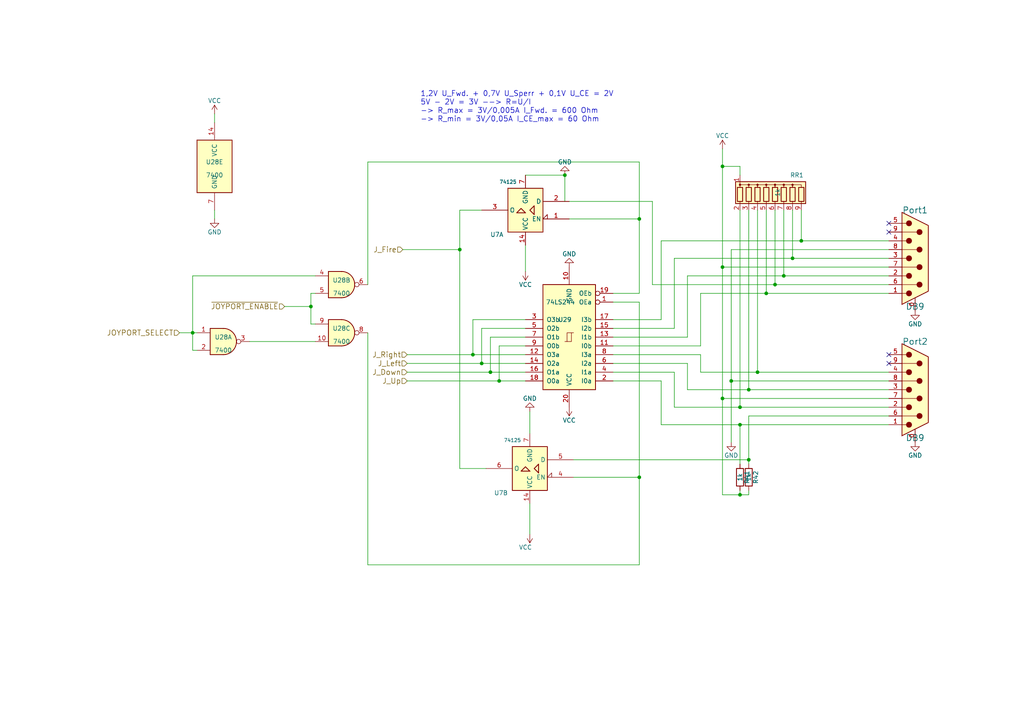
<source format=kicad_sch>
(kicad_sch (version 20230121) (generator eeschema)
  (paper "A4")
  (lib_symbols
    (symbol "74xx:7400" (pin_names (offset 1.016))
      (property "Reference" "U" (at 0 1.27 0))
      (property "Value" "7400" (at 0 -1.27 0))
      (symbol "7400_1_1"
        (arc (start 0 -3.81) (mid 3.7934 0) (end 0 3.81) (stroke (width 0.254)) (fill (type background)))
        (polyline (pts (xy 0 3.81) (xy -3.81 3.81) (xy -3.81 -3.81) (xy 0 -3.81)) (stroke (width 0.254)) (fill (type background)))
        (pin input line (at -7.62 2.54 0) (length 3.81) (name "~") (number "1"))
        (pin input line (at -7.62 -2.54 0) (length 3.81) (name "~") (number "2"))
        (pin output inverted (at 7.62 0 180) (length 3.81) (name "~") (number "3"))
      )
      (symbol "7400_1_2"
        (arc (start -3.81 -3.81) (mid -2.589 0) (end -3.81 3.81) (stroke (width 0.254)))
        (arc (start -0.6096 -3.81) (mid 2.1842 -2.5851) (end 3.81 0) (stroke (width 0.254)) (fill (type background)))
        (polyline (pts (xy -3.81 -3.81) (xy -0.635 -3.81)) (stroke (width 0.254)) (fill (type background)))
        (polyline (pts (xy -3.81 3.81) (xy -0.635 3.81)) (stroke (width 0.254)) (fill (type background)))
        (polyline (pts (xy -0.635 3.81) (xy -3.81 3.81) (xy -3.81 3.81) (xy -3.556 3.4036) (xy -3.0226 2.2606) (xy -2.6924 1.0414) (xy -2.6162 -0.254) (xy -2.7686 -1.4986) (xy -3.175 -2.7178) (xy -3.81 -3.81) (xy -3.81 -3.81) (xy -0.635 -3.81)) (stroke (width -25.4)) (fill (type background)))
        (arc (start 3.81 0) (mid 2.1915 2.5936) (end -0.6096 3.81) (stroke (width 0.254)) (fill (type background)))
        (pin input inverted (at -7.62 2.54 0) (length 4.318) (name "~") (number "1"))
        (pin input inverted (at -7.62 -2.54 0) (length 4.318) (name "~") (number "2"))
        (pin output line (at 7.62 0 180) (length 3.81) (name "~") (number "3"))
      )
      (symbol "7400_2_1"
        (arc (start 0 -3.81) (mid 3.7934 0) (end 0 3.81) (stroke (width 0.254)) (fill (type background)))
        (polyline (pts (xy 0 3.81) (xy -3.81 3.81) (xy -3.81 -3.81) (xy 0 -3.81)) (stroke (width 0.254)) (fill (type background)))
        (pin input line (at -7.62 2.54 0) (length 3.81) (name "~") (number "4"))
        (pin input line (at -7.62 -2.54 0) (length 3.81) (name "~") (number "5"))
        (pin output inverted (at 7.62 0 180) (length 3.81) (name "~") (number "6"))
      )
      (symbol "7400_2_2"
        (arc (start -3.81 -3.81) (mid -2.589 0) (end -3.81 3.81) (stroke (width 0.254)))
        (arc (start -0.6096 -3.81) (mid 2.1842 -2.5851) (end 3.81 0) (stroke (width 0.254)) (fill (type background)))
        (polyline (pts (xy -3.81 -3.81) (xy -0.635 -3.81)) (stroke (width 0.254)) (fill (type background)))
        (polyline (pts (xy -3.81 3.81) (xy -0.635 3.81)) (stroke (width 0.254)) (fill (type background)))
        (polyline (pts (xy -0.635 3.81) (xy -3.81 3.81) (xy -3.81 3.81) (xy -3.556 3.4036) (xy -3.0226 2.2606) (xy -2.6924 1.0414) (xy -2.6162 -0.254) (xy -2.7686 -1.4986) (xy -3.175 -2.7178) (xy -3.81 -3.81) (xy -3.81 -3.81) (xy -0.635 -3.81)) (stroke (width -25.4)) (fill (type background)))
        (arc (start 3.81 0) (mid 2.1915 2.5936) (end -0.6096 3.81) (stroke (width 0.254)) (fill (type background)))
        (pin input inverted (at -7.62 2.54 0) (length 4.318) (name "~") (number "4"))
        (pin input inverted (at -7.62 -2.54 0) (length 4.318) (name "~") (number "5"))
        (pin output line (at 7.62 0 180) (length 3.81) (name "~") (number "6"))
      )
      (symbol "7400_3_1"
        (arc (start 0 -3.81) (mid 3.7934 0) (end 0 3.81) (stroke (width 0.254)) (fill (type background)))
        (polyline (pts (xy 0 3.81) (xy -3.81 3.81) (xy -3.81 -3.81) (xy 0 -3.81)) (stroke (width 0.254)) (fill (type background)))
        (pin input line (at -7.62 -2.54 0) (length 3.81) (name "~") (number "10"))
        (pin output inverted (at 7.62 0 180) (length 3.81) (name "~") (number "8"))
        (pin input line (at -7.62 2.54 0) (length 3.81) (name "~") (number "9"))
      )
      (symbol "7400_3_2"
        (arc (start -3.81 -3.81) (mid -2.589 0) (end -3.81 3.81) (stroke (width 0.254)))
        (arc (start -0.6096 -3.81) (mid 2.1842 -2.5851) (end 3.81 0) (stroke (width 0.254)) (fill (type background)))
        (polyline (pts (xy -3.81 -3.81) (xy -0.635 -3.81)) (stroke (width 0.254)) (fill (type background)))
        (polyline (pts (xy -3.81 3.81) (xy -0.635 3.81)) (stroke (width 0.254)) (fill (type background)))
        (polyline (pts (xy -0.635 3.81) (xy -3.81 3.81) (xy -3.81 3.81) (xy -3.556 3.4036) (xy -3.0226 2.2606) (xy -2.6924 1.0414) (xy -2.6162 -0.254) (xy -2.7686 -1.4986) (xy -3.175 -2.7178) (xy -3.81 -3.81) (xy -3.81 -3.81) (xy -0.635 -3.81)) (stroke (width -25.4)) (fill (type background)))
        (arc (start 3.81 0) (mid 2.1915 2.5936) (end -0.6096 3.81) (stroke (width 0.254)) (fill (type background)))
        (pin input inverted (at -7.62 -2.54 0) (length 4.318) (name "~") (number "10"))
        (pin output line (at 7.62 0 180) (length 3.81) (name "~") (number "8"))
        (pin input inverted (at -7.62 2.54 0) (length 4.318) (name "~") (number "9"))
      )
      (symbol "7400_4_1"
        (arc (start 0 -3.81) (mid 3.7934 0) (end 0 3.81) (stroke (width 0.254)) (fill (type background)))
        (polyline (pts (xy 0 3.81) (xy -3.81 3.81) (xy -3.81 -3.81) (xy 0 -3.81)) (stroke (width 0.254)) (fill (type background)))
        (pin output inverted (at 7.62 0 180) (length 3.81) (name "~") (number "11"))
        (pin input line (at -7.62 2.54 0) (length 3.81) (name "~") (number "12"))
        (pin input line (at -7.62 -2.54 0) (length 3.81) (name "~") (number "13"))
      )
      (symbol "7400_4_2"
        (arc (start -3.81 -3.81) (mid -2.589 0) (end -3.81 3.81) (stroke (width 0.254)))
        (arc (start -0.6096 -3.81) (mid 2.1842 -2.5851) (end 3.81 0) (stroke (width 0.254)) (fill (type background)))
        (polyline (pts (xy -3.81 -3.81) (xy -0.635 -3.81)) (stroke (width 0.254)) (fill (type background)))
        (polyline (pts (xy -3.81 3.81) (xy -0.635 3.81)) (stroke (width 0.254)) (fill (type background)))
        (polyline (pts (xy -0.635 3.81) (xy -3.81 3.81) (xy -3.81 3.81) (xy -3.556 3.4036) (xy -3.0226 2.2606) (xy -2.6924 1.0414) (xy -2.6162 -0.254) (xy -2.7686 -1.4986) (xy -3.175 -2.7178) (xy -3.81 -3.81) (xy -3.81 -3.81) (xy -0.635 -3.81)) (stroke (width -25.4)) (fill (type background)))
        (arc (start 3.81 0) (mid 2.1915 2.5936) (end -0.6096 3.81) (stroke (width 0.254)) (fill (type background)))
        (pin output line (at 7.62 0 180) (length 3.81) (name "~") (number "11"))
        (pin input inverted (at -7.62 2.54 0) (length 4.318) (name "~") (number "12"))
        (pin input inverted (at -7.62 -2.54 0) (length 4.318) (name "~") (number "13"))
      )
      (symbol "7400_5_0"
        (pin power_in line (at 0 12.7 270) (length 5.08) (name "VCC") (number "14"))
        (pin power_in line (at 0 -12.7 90) (length 5.08) (name "GND") (number "7"))
      )
      (symbol "7400_5_1"
        (rectangle (start -5.08 7.62) (end 5.08 -7.62) (stroke (width 0.254)) (fill (type background)))
      )
    )
    (symbol "74xx:74LS244" (pin_names (offset 1.016))
      (property "Reference" "U" (at -7.62 16.51 0))
      (property "Value" "74LS244" (at -7.62 -16.51 0))
      (symbol "74LS244_1_0"
        (polyline (pts (xy -0.635 -1.27) (xy -0.635 1.27) (xy 0.635 1.27)))
        (polyline (pts (xy -1.27 -1.27) (xy 0.635 -1.27) (xy 0.635 1.27) (xy 1.27 1.27)))
        (pin input inverted (at -12.7 -10.16 0) (length 5.08) (name "OEa") (number "1"))
        (pin power_in line (at 0 -20.32 90) (length 5.08) (name "GND") (number "10"))
        (pin input line (at -12.7 2.54 0) (length 5.08) (name "I0b") (number "11"))
        (pin tri_state line (at 12.7 5.08 180) (length 5.08) (name "O3a") (number "12"))
        (pin input line (at -12.7 0 0) (length 5.08) (name "I1b") (number "13"))
        (pin tri_state line (at 12.7 7.62 180) (length 5.08) (name "O2a") (number "14"))
        (pin input line (at -12.7 -2.54 0) (length 5.08) (name "I2b") (number "15"))
        (pin tri_state line (at 12.7 10.16 180) (length 5.08) (name "O1a") (number "16"))
        (pin input line (at -12.7 -5.08 0) (length 5.08) (name "I3b") (number "17"))
        (pin tri_state line (at 12.7 12.7 180) (length 5.08) (name "O0a") (number "18"))
        (pin input inverted (at -12.7 -12.7 0) (length 5.08) (name "OEb") (number "19"))
        (pin input line (at -12.7 12.7 0) (length 5.08) (name "I0a") (number "2"))
        (pin power_in line (at 0 20.32 270) (length 5.08) (name "VCC") (number "20"))
        (pin tri_state line (at 12.7 -5.08 180) (length 5.08) (name "O3b") (number "3"))
        (pin input line (at -12.7 10.16 0) (length 5.08) (name "I1a") (number "4"))
        (pin tri_state line (at 12.7 -2.54 180) (length 5.08) (name "O2b") (number "5"))
        (pin input line (at -12.7 7.62 0) (length 5.08) (name "I2a") (number "6"))
        (pin tri_state line (at 12.7 0 180) (length 5.08) (name "O1b") (number "7"))
        (pin input line (at -12.7 5.08 0) (length 5.08) (name "I3a") (number "8"))
        (pin tri_state line (at 12.7 2.54 180) (length 5.08) (name "O0b") (number "9"))
      )
      (symbol "74LS244_1_1"
        (rectangle (start -7.62 15.24) (end 7.62 -15.24) (stroke (width 0.254)) (fill (type background)))
      )
    )
    (symbol "74xx_IEEE:74125"
      (property "Reference" "U" (at 6.35 6.35 0))
      (property "Value" "74125" (at 2.54 -7.62 0))
      (symbol "74125_0_1"
        (rectangle (start -5.08 6.35) (end 5.08 -6.35) (stroke (width 0.254)) (fill (type background)))
        (polyline (pts (xy -2.54 1.27) (xy -2.54 -1.27) (xy -1.27 0) (xy -2.54 1.27) (xy -2.54 1.27)) (stroke (width 0.254)) (fill (type background)))
        (polyline (pts (xy 0 0.762) (xy 2.54 0.762) (xy 1.27 -0.508) (xy 0 0.762) (xy 0 0.762)) (stroke (width 0.254)) (fill (type background)))
        (pin power_in line (at 0 10.16 270) (length 3.81) (name "VCC") (number "14"))
        (pin power_in line (at 0 -10.16 90) (length 3.81) (name "GND") (number "7"))
      )
      (symbol "74125_1_0"
        (pin input input_low (at -12.7 2.54 0) (length 7.62) (name "EN") (number "1"))
      )
      (symbol "74125_1_1"
        (pin input line (at -12.7 -2.54 0) (length 7.62) (name "D") (number "2"))
        (pin tri_state line (at 12.7 0 180) (length 7.62) (name "O") (number "3"))
      )
      (symbol "74125_2_0"
        (pin input input_low (at -12.7 2.54 0) (length 7.62) (name "EN") (number "4"))
      )
      (symbol "74125_2_1"
        (pin input line (at -12.7 -2.54 0) (length 7.62) (name "D") (number "5"))
        (pin tri_state line (at 12.7 0 180) (length 7.62) (name "O") (number "6"))
      )
      (symbol "74125_3_0"
        (pin input input_low (at -12.7 2.54 0) (length 7.62) (name "EN") (number "10"))
      )
      (symbol "74125_3_1"
        (pin tri_state line (at 12.7 0 180) (length 7.62) (name "O") (number "8"))
        (pin input line (at -12.7 -2.54 0) (length 7.62) (name "D") (number "9"))
      )
      (symbol "74125_4_0"
        (pin input input_low (at -12.7 2.54 0) (length 7.62) (name "EN") (number "13"))
      )
      (symbol "74125_4_1"
        (pin tri_state line (at 12.7 0 180) (length 7.62) (name "O") (number "11"))
        (pin input line (at -12.7 -2.54 0) (length 7.62) (name "D") (number "12"))
      )
    )
    (symbol "Connector:DE9_Plug_MountingHoles" (pin_names (offset 1.016) hide)
      (property "Reference" "J" (at 0 16.51 0))
      (property "Value" "DE9_Plug_MountingHoles" (at 0 14.605 0))
      (symbol "DE9_Plug_MountingHoles_0_1"
        (circle (center -1.778 -10.16) (radius 0.762) (fill (type outline)))
        (circle (center -1.778 -5.08) (radius 0.762) (fill (type outline)))
        (circle (center -1.778 0) (radius 0.762) (fill (type outline)))
        (circle (center -1.778 5.08) (radius 0.762) (fill (type outline)))
        (circle (center -1.778 10.16) (radius 0.762) (fill (type outline)))
        (polyline (pts (xy -3.81 -10.16) (xy -2.54 -10.16)))
        (polyline (pts (xy -3.81 -7.62) (xy 0.508 -7.62)))
        (polyline (pts (xy -3.81 -5.08) (xy -2.54 -5.08)))
        (polyline (pts (xy -3.81 -2.54) (xy 0.508 -2.54)))
        (polyline (pts (xy -3.81 0) (xy -2.54 0)))
        (polyline (pts (xy -3.81 2.54) (xy 0.508 2.54)))
        (polyline (pts (xy -3.81 5.08) (xy -2.54 5.08)))
        (polyline (pts (xy -3.81 7.62) (xy 0.508 7.62)))
        (polyline (pts (xy -3.81 10.16) (xy -2.54 10.16)))
        (polyline (pts (xy -3.81 -13.335) (xy -3.81 13.335) (xy 3.81 9.525) (xy 3.81 -9.525) (xy -3.81 -13.335)) (stroke (width 0.254)) (fill (type background)))
        (circle (center 1.27 -7.62) (radius 0.762) (fill (type outline)))
        (circle (center 1.27 -2.54) (radius 0.762) (fill (type outline)))
        (circle (center 1.27 2.54) (radius 0.762) (fill (type outline)))
        (circle (center 1.27 7.62) (radius 0.762) (fill (type outline)))
      )
      (symbol "DE9_Plug_MountingHoles_1_1"
        (pin passive line (at 0 -15.24 90) (length 3.81) (name "PAD") (number "0"))
        (pin passive line (at -7.62 -10.16 0) (length 3.81) (name "1") (number "1"))
        (pin passive line (at -7.62 -5.08 0) (length 3.81) (name "2") (number "2"))
        (pin passive line (at -7.62 0 0) (length 3.81) (name "3") (number "3"))
        (pin passive line (at -7.62 5.08 0) (length 3.81) (name "4") (number "4"))
        (pin passive line (at -7.62 10.16 0) (length 3.81) (name "5") (number "5"))
        (pin passive line (at -7.62 -7.62 0) (length 3.81) (name "6") (number "6"))
        (pin passive line (at -7.62 -2.54 0) (length 3.81) (name "7") (number "7"))
        (pin passive line (at -7.62 2.54 0) (length 3.81) (name "8") (number "8"))
        (pin passive line (at -7.62 7.62 0) (length 3.81) (name "9") (number "9"))
      )
    )
    (symbol "Device:R" (pin_numbers hide) (pin_names (offset 0))
      (property "Reference" "R" (at 2.032 0 90))
      (property "Value" "R" (at 0 0 90))
      (symbol "R_0_1"
        (rectangle (start -1.016 -2.54) (end 1.016 2.54) (stroke (width 0.254)))
      )
      (symbol "R_1_1"
        (pin passive line (at 0 3.81 270) (length 1.27) (name "~") (number "1"))
        (pin passive line (at 0 -3.81 90) (length 1.27) (name "~") (number "2"))
      )
    )
    (symbol "Device:R_Network08" (pin_names (offset 0) hide)
      (property "Reference" "RN" (at -12.7 0 90))
      (property "Value" "R_Network08" (at 10.16 0 90))
      (symbol "R_Network08_0_1"
        (rectangle (start -11.43 -3.175) (end 8.89 3.175) (stroke (width 0.254)) (fill (type background)))
        (rectangle (start -10.922 1.524) (end -9.398 -2.54) (stroke (width 0.254)))
        (circle (center -10.16 2.286) (radius 0.254) (fill (type outline)))
        (rectangle (start -8.382 1.524) (end -6.858 -2.54) (stroke (width 0.254)))
        (circle (center -7.62 2.286) (radius 0.254) (fill (type outline)))
        (rectangle (start -5.842 1.524) (end -4.318 -2.54) (stroke (width 0.254)))
        (circle (center -5.08 2.286) (radius 0.254) (fill (type outline)))
        (rectangle (start -3.302 1.524) (end -1.778 -2.54) (stroke (width 0.254)))
        (circle (center -2.54 2.286) (radius 0.254) (fill (type outline)))
        (rectangle (start -0.762 1.524) (end 0.762 -2.54) (stroke (width 0.254)))
        (polyline (pts (xy -10.16 -2.54) (xy -10.16 -3.81)))
        (polyline (pts (xy -7.62 -2.54) (xy -7.62 -3.81)))
        (polyline (pts (xy -5.08 -2.54) (xy -5.08 -3.81)))
        (polyline (pts (xy -2.54 -2.54) (xy -2.54 -3.81)))
        (polyline (pts (xy 0 -2.54) (xy 0 -3.81)))
        (polyline (pts (xy 2.54 -2.54) (xy 2.54 -3.81)))
        (polyline (pts (xy 5.08 -2.54) (xy 5.08 -3.81)))
        (polyline (pts (xy 7.62 -2.54) (xy 7.62 -3.81)))
        (polyline (pts (xy -10.16 1.524) (xy -10.16 2.286) (xy -7.62 2.286) (xy -7.62 1.524)))
        (polyline (pts (xy -7.62 1.524) (xy -7.62 2.286) (xy -5.08 2.286) (xy -5.08 1.524)))
        (polyline (pts (xy -5.08 1.524) (xy -5.08 2.286) (xy -2.54 2.286) (xy -2.54 1.524)))
        (polyline (pts (xy -2.54 1.524) (xy -2.54 2.286) (xy 0 2.286) (xy 0 1.524)))
        (polyline (pts (xy 0 1.524) (xy 0 2.286) (xy 2.54 2.286) (xy 2.54 1.524)))
        (polyline (pts (xy 2.54 1.524) (xy 2.54 2.286) (xy 5.08 2.286) (xy 5.08 1.524)))
        (polyline (pts (xy 5.08 1.524) (xy 5.08 2.286) (xy 7.62 2.286) (xy 7.62 1.524)))
        (circle (center 0 2.286) (radius 0.254) (fill (type outline)))
        (rectangle (start 1.778 1.524) (end 3.302 -2.54) (stroke (width 0.254)))
        (circle (center 2.54 2.286) (radius 0.254) (fill (type outline)))
        (rectangle (start 4.318 1.524) (end 5.842 -2.54) (stroke (width 0.254)))
        (circle (center 5.08 2.286) (radius 0.254) (fill (type outline)))
        (rectangle (start 6.858 1.524) (end 8.382 -2.54) (stroke (width 0.254)))
      )
      (symbol "R_Network08_1_1"
        (pin passive line (at -10.16 5.08 270) (length 2.54) (name "common") (number "1"))
        (pin passive line (at -10.16 -5.08 90) (length 1.27) (name "R1") (number "2"))
        (pin passive line (at -7.62 -5.08 90) (length 1.27) (name "R2") (number "3"))
        (pin passive line (at -5.08 -5.08 90) (length 1.27) (name "R3") (number "4"))
        (pin passive line (at -2.54 -5.08 90) (length 1.27) (name "R4") (number "5"))
        (pin passive line (at 0 -5.08 90) (length 1.27) (name "R5") (number "6"))
        (pin passive line (at 2.54 -5.08 90) (length 1.27) (name "R6") (number "7"))
        (pin passive line (at 5.08 -5.08 90) (length 1.27) (name "R7") (number "8"))
        (pin passive line (at 7.62 -5.08 90) (length 1.27) (name "R8") (number "9"))
      )
    )
    (symbol "power:GND" (power) (pin_names (offset 0))
      (property "Value" "GND" (at 0 -3.81 0))
      (symbol "GND_0_1"
        (polyline (pts (xy 0 0) (xy 0 -1.27) (xy 1.27 -1.27) (xy 0 -2.54) (xy -1.27 -1.27) (xy 0 -1.27)))
      )
      (symbol "GND_1_1"
        (pin power_in line (at 0 0 270) (length 0) hide (name "GND") (number "1"))
      )
    )
    (symbol "power:VCC" (power) (pin_names (offset 0))
      (property "Value" "VCC" (at 0 3.81 0))
      (symbol "VCC_0_1"
        (polyline (pts (xy -0.762 1.27) (xy 0 2.54)))
        (polyline (pts (xy 0 0) (xy 0 2.54)))
        (polyline (pts (xy 0 2.54) (xy 0.762 1.27)))
      )
      (symbol "VCC_1_1"
        (pin power_in line (at 0 0 90) (length 0) hide (name "VCC") (number "1"))
      )
    )
  )
  (junction (at 229.87 74.93))
  (junction (at 214.63 118.11))
  (junction (at 219.71 107.95))
  (junction (at 232.41 69.85))
  (junction (at 163.83 50.8))
  (junction (at 214.63 143.51))
  (junction (at 185.42 63.5))
  (junction (at 217.17 133.35))
  (junction (at 139.7 105.41))
  (junction (at 133.35 72.39))
  (junction (at 222.25 85.09))
  (junction (at 214.63 123.19))
  (junction (at 227.33 80.01))
  (junction (at 209.55 48.26))
  (junction (at 142.24 107.95))
  (junction (at 209.55 77.47))
  (junction (at 217.17 113.03))
  (junction (at 90.17 88.9))
  (junction (at 185.42 138.43))
  (junction (at 224.79 82.55))
  (junction (at 212.09 110.49))
  (junction (at 144.78 110.49))
  (junction (at 137.16 102.87))
  (junction (at 209.55 115.57))
  (junction (at 55.88 96.52))
  (no_connect (at 257.81 67.31))
  (no_connect (at 257.81 105.41))
  (no_connect (at 257.81 102.87))
  (no_connect (at 257.81 64.77))
  (wire (pts (xy 232.41 60.96) (xy 232.41 69.85)))
  (wire (pts (xy 209.55 115.57) (xy 209.55 143.51)))
  (wire (pts (xy 199.39 113.03) (xy 199.39 105.41)))
  (wire (pts (xy 177.8 87.63) (xy 185.42 87.63)))
  (wire (pts (xy 142.24 97.79) (xy 142.24 107.95)))
  (wire (pts (xy 139.7 95.25) (xy 139.7 105.41)))
  (wire (pts (xy 217.17 120.65) (xy 257.81 120.65)))
  (wire (pts (xy 153.67 146.05) (xy 153.67 154.94)))
  (wire (pts (xy 139.7 95.25) (xy 152.4 95.25)))
  (wire (pts (xy 90.17 88.9) (xy 82.55 88.9)))
  (wire (pts (xy 214.63 123.19) (xy 214.63 134.62)))
  (wire (pts (xy 55.88 101.6) (xy 57.15 101.6)))
  (wire (pts (xy 191.77 69.85) (xy 191.77 92.71)))
  (wire (pts (xy 139.7 105.41) (xy 152.4 105.41)))
  (wire (pts (xy 177.8 92.71) (xy 191.77 92.71)))
  (wire (pts (xy 55.88 80.01) (xy 91.44 80.01)))
  (wire (pts (xy 227.33 60.96) (xy 227.33 80.01)))
  (wire (pts (xy 209.55 143.51) (xy 214.63 143.51)))
  (wire (pts (xy 224.79 60.96) (xy 224.79 82.55)))
  (wire (pts (xy 133.35 135.89) (xy 133.35 72.39)))
  (wire (pts (xy 232.41 69.85) (xy 257.81 69.85)))
  (wire (pts (xy 152.4 71.12) (xy 152.4 78.74)))
  (wire (pts (xy 52.07 96.52) (xy 55.88 96.52)))
  (wire (pts (xy 133.35 60.96) (xy 139.7 60.96)))
  (wire (pts (xy 189.23 82.55) (xy 224.79 82.55)))
  (wire (pts (xy 189.23 58.42) (xy 189.23 82.55)))
  (wire (pts (xy 214.63 60.96) (xy 214.63 118.11)))
  (wire (pts (xy 177.8 102.87) (xy 203.2 102.87)))
  (wire (pts (xy 90.17 88.9) (xy 90.17 93.98)))
  (wire (pts (xy 137.16 102.87) (xy 152.4 102.87)))
  (wire (pts (xy 106.68 46.99) (xy 185.42 46.99)))
  (wire (pts (xy 142.24 107.95) (xy 152.4 107.95)))
  (wire (pts (xy 195.58 118.11) (xy 195.58 107.95)))
  (wire (pts (xy 195.58 74.93) (xy 229.87 74.93)))
  (wire (pts (xy 195.58 118.11) (xy 214.63 118.11)))
  (wire (pts (xy 55.88 96.52) (xy 57.15 96.52)))
  (wire (pts (xy 214.63 50.8) (xy 214.63 48.26)))
  (wire (pts (xy 166.37 133.35) (xy 217.17 133.35)))
  (wire (pts (xy 209.55 77.47) (xy 209.55 115.57)))
  (wire (pts (xy 195.58 95.25) (xy 195.58 74.93)))
  (wire (pts (xy 177.8 107.95) (xy 195.58 107.95)))
  (wire (pts (xy 185.42 63.5) (xy 185.42 85.09)))
  (wire (pts (xy 214.63 143.51) (xy 217.17 143.51)))
  (wire (pts (xy 106.68 82.55) (xy 106.68 46.99)))
  (wire (pts (xy 55.88 80.01) (xy 55.88 96.52)))
  (wire (pts (xy 214.63 143.51) (xy 214.63 142.24)))
  (wire (pts (xy 72.39 99.06) (xy 91.44 99.06)))
  (wire (pts (xy 224.79 82.55) (xy 257.81 82.55)))
  (wire (pts (xy 203.2 102.87) (xy 203.2 107.95)))
  (wire (pts (xy 106.68 96.52) (xy 106.68 163.83)))
  (wire (pts (xy 62.23 60.96) (xy 62.23 63.5)))
  (wire (pts (xy 165.1 63.5) (xy 185.42 63.5)))
  (wire (pts (xy 229.87 74.93) (xy 257.81 74.93)))
  (wire (pts (xy 227.33 80.01) (xy 257.81 80.01)))
  (wire (pts (xy 209.55 77.47) (xy 257.81 77.47)))
  (wire (pts (xy 133.35 135.89) (xy 140.97 135.89)))
  (wire (pts (xy 177.8 100.33) (xy 203.2 100.33)))
  (wire (pts (xy 229.87 60.96) (xy 229.87 74.93)))
  (wire (pts (xy 191.77 123.19) (xy 191.77 110.49)))
  (wire (pts (xy 137.16 92.71) (xy 137.16 102.87)))
  (wire (pts (xy 212.09 72.39) (xy 212.09 110.49)))
  (wire (pts (xy 90.17 85.09) (xy 90.17 88.9)))
  (wire (pts (xy 55.88 96.52) (xy 55.88 101.6)))
  (wire (pts (xy 209.55 43.18) (xy 209.55 48.26)))
  (wire (pts (xy 144.78 100.33) (xy 144.78 110.49)))
  (wire (pts (xy 90.17 93.98) (xy 91.44 93.98)))
  (wire (pts (xy 106.68 163.83) (xy 185.42 163.83)))
  (wire (pts (xy 177.8 85.09) (xy 185.42 85.09)))
  (wire (pts (xy 199.39 80.01) (xy 199.39 97.79)))
  (wire (pts (xy 209.55 115.57) (xy 257.81 115.57)))
  (wire (pts (xy 118.11 105.41) (xy 139.7 105.41)))
  (wire (pts (xy 217.17 143.51) (xy 217.17 142.24)))
  (wire (pts (xy 163.83 50.8) (xy 163.83 58.42)))
  (wire (pts (xy 62.23 33.02) (xy 62.23 35.56)))
  (wire (pts (xy 165.1 58.42) (xy 189.23 58.42)))
  (wire (pts (xy 217.17 120.65) (xy 217.17 133.35)))
  (wire (pts (xy 203.2 107.95) (xy 219.71 107.95)))
  (wire (pts (xy 212.09 110.49) (xy 212.09 128.27)))
  (wire (pts (xy 214.63 123.19) (xy 257.81 123.19)))
  (wire (pts (xy 152.4 50.8) (xy 163.83 50.8)))
  (wire (pts (xy 222.25 85.09) (xy 257.81 85.09)))
  (wire (pts (xy 118.11 107.95) (xy 142.24 107.95)))
  (wire (pts (xy 212.09 110.49) (xy 257.81 110.49)))
  (wire (pts (xy 144.78 110.49) (xy 152.4 110.49)))
  (wire (pts (xy 185.42 138.43) (xy 185.42 163.83)))
  (wire (pts (xy 177.8 110.49) (xy 191.77 110.49)))
  (wire (pts (xy 209.55 48.26) (xy 209.55 77.47)))
  (wire (pts (xy 177.8 95.25) (xy 195.58 95.25)))
  (wire (pts (xy 222.25 60.96) (xy 222.25 85.09)))
  (wire (pts (xy 177.8 105.41) (xy 199.39 105.41)))
  (wire (pts (xy 133.35 60.96) (xy 133.35 72.39)))
  (wire (pts (xy 144.78 100.33) (xy 152.4 100.33)))
  (wire (pts (xy 217.17 133.35) (xy 217.17 134.62)))
  (wire (pts (xy 185.42 138.43) (xy 166.37 138.43)))
  (wire (pts (xy 90.17 85.09) (xy 91.44 85.09)))
  (wire (pts (xy 219.71 107.95) (xy 257.81 107.95)))
  (wire (pts (xy 214.63 118.11) (xy 257.81 118.11)))
  (wire (pts (xy 203.2 85.09) (xy 222.25 85.09)))
  (wire (pts (xy 185.42 46.99) (xy 185.42 63.5)))
  (wire (pts (xy 137.16 92.71) (xy 152.4 92.71)))
  (wire (pts (xy 219.71 60.96) (xy 219.71 107.95)))
  (wire (pts (xy 142.24 97.79) (xy 152.4 97.79)))
  (wire (pts (xy 191.77 123.19) (xy 214.63 123.19)))
  (wire (pts (xy 199.39 113.03) (xy 217.17 113.03)))
  (wire (pts (xy 185.42 87.63) (xy 185.42 138.43)))
  (wire (pts (xy 209.55 48.26) (xy 214.63 48.26)))
  (wire (pts (xy 217.17 60.96) (xy 217.17 113.03)))
  (wire (pts (xy 199.39 80.01) (xy 227.33 80.01)))
  (wire (pts (xy 153.67 119.38) (xy 153.67 125.73)))
  (wire (pts (xy 191.77 69.85) (xy 232.41 69.85)))
  (wire (pts (xy 118.11 110.49) (xy 144.78 110.49)))
  (wire (pts (xy 116.84 72.39) (xy 133.35 72.39)))
  (wire (pts (xy 177.8 97.79) (xy 199.39 97.79)))
  (wire (pts (xy 118.11 102.87) (xy 137.16 102.87)))
  (wire (pts (xy 217.17 113.03) (xy 257.81 113.03)))
  (wire (pts (xy 212.09 72.39) (xy 257.81 72.39)))
  (wire (pts (xy 203.2 100.33) (xy 203.2 85.09)))
  (text "1,2V U_Fwd. + 0,7V U_Sperr + 0,1V U_CE = 2V \n5V - 2V = 3V --> R=U/I \n-> R_max = 3V/0,005A I_Fwd. = 600 Ohm\n-> R_min = 3V/0,05A I_CE_max = 60 Ohm" (at 121.92 35.56 0) (effects (font (size 1.524 1.524)) (justify left bottom)))
  (hierarchical_label "J_Down" (shape input) (at 118.11 107.95 180) (effects (font (size 1.524 1.524))))
  (hierarchical_label "JOYPORT_SELECT" (shape input) (at 52.07 96.52 180) (effects (font (size 1.524 1.524))))
  (hierarchical_label "J_Right" (shape input) (at 118.11 102.87 180) (effects (font (size 1.524 1.524))))
  (hierarchical_label "J_Up" (shape input) (at 118.11 110.49 180) (effects (font (size 1.524 1.524))))
  (hierarchical_label "~{JOYPORT_ENABLE}" (shape input) (at 82.55 88.9 180) (effects (font (size 1.524 1.524))))
  (hierarchical_label "J_Left" (shape input) (at 118.11 105.41 180) (effects (font (size 1.524 1.524))))
  (hierarchical_label "J_Fire" (shape input) (at 116.84 72.39 180) (effects (font (size 1.524 1.524))))
  (symbol (lib_id "Device:R_Network08") (at 224.79 55.88 0) (unit 1)
    (property "Reference" "RR1" (at 231.14 50.8 0))
    (property "Value" "1k" (at 225.552 55.88 90))
    (property "Footprint" "Resistor_THT:R_Array_SIP9" (effects hide))
    (property "Datasheet" "http://www.vishay.com/docs/31509/csc.pdf" (effects hide))
    (instances (project "sbc" (path "" (reference "RR1") (unit 1))) (project "io" (path "" (reference "RR2") (unit 1))))
  )
  (symbol (lib_id "power:GND") (at 62.23 63.5 0) (unit 1)
    (property "Reference" "#PWR05" (effects hide))
    (property "Value" "GND" (at 62.23 67.31 0))
    (instances (project "sbc" (path "" (reference "#PWR05") (unit 1))) (project "io" (path "" (reference "#PWR047") (unit 1))))
  )
  (symbol (lib_id "power:GND") (at 165.1 77.47 180) (unit 1)
    (property "Reference" "#PWR045" (effects hide))
    (property "Value" "GND" (at 165.1 73.66 0))
    (instances (project "sbc" (path "" (reference "#PWR045") (unit 1))) (project "io" (path "" (reference "#PWR047") (unit 1))))
  )
  (symbol (lib_id "74xx:74LS244") (at 165.1 97.79 180) (unit 1)
    (property "Reference" "U29" (at 163.83 92.71 0))
    (property "Value" "74LS244" (at 162.56 87.63 0))
    (property "Footprint" "Package_DIP:DIP-20_W7.62mm_LongPads" (effects hide))
    (property "Datasheet" "http://www.ti.com/lit/ds/symlink/sn74ls244.pdf" (effects hide))
    (instances (project "sbc" (path "" (reference "U29") (unit 1))) (project "io" (path "" (reference "U13") (unit 1))))
  )
  (symbol (lib_id "power:VCC") (at 153.67 154.94 180) (unit 1)
    (property "Reference" "#PWR037" (effects hide))
    (property "Value" "VCC" (at 152.4 158.75 0))
    (instances (project "sbc" (path "" (reference "#PWR037") (unit 1))) (project "io" (path "" (reference "#PWR046") (unit 1))))
  )
  (symbol (lib_id "power:VCC") (at 62.23 33.02 0) (unit 1)
    (property "Reference" "#PWR04" (effects hide))
    (property "Value" "VCC" (at 62.23 29.21 0))
    (instances (project "sbc" (path "" (reference "#PWR04") (unit 1))) (project "io" (path "" (reference "#PWR046") (unit 1))))
  )
  (symbol (lib_id "power:GND") (at 163.83 50.8 180) (unit 1)
    (property "Reference" "#PWR042" (effects hide))
    (property "Value" "GND" (at 163.83 46.99 0))
    (instances (project "sbc" (path "" (reference "#PWR042") (unit 1))) (project "io" (path "" (reference "#PWR047") (unit 1))))
  )
  (symbol (lib_id "power:VCC") (at 165.1 118.11 180) (unit 1)
    (property "Reference" "#PWR044" (effects hide))
    (property "Value" "VCC" (at 165.1 121.92 0))
    (instances (project "sbc" (path "" (reference "#PWR044") (unit 1))) (project "io" (path "" (reference "#PWR046") (unit 1))))
  )
  (symbol (lib_id "power:VCC") (at 152.4 78.74 180) (unit 1)
    (property "Reference" "#PWR043" (effects hide))
    (property "Value" "VCC" (at 152.4 82.55 0))
    (instances (project "sbc" (path "" (reference "#PWR043") (unit 1))) (project "io" (path "" (reference "#PWR046") (unit 1))))
  )
  (symbol (lib_id "power:GND") (at 265.43 128.27 0) (unit 1)
    (property "Reference" "#PWR06" (effects hide))
    (property "Value" "GND" (at 265.43 132.08 0))
    (instances (project "sbc" (path "" (reference "#PWR06") (unit 1))) (project "io" (path "" (reference "#PWR047") (unit 1))))
  )
  (symbol (lib_id "power:GND") (at 212.09 128.27 0) (unit 1)
    (property "Reference" "#PWR069" (effects hide))
    (property "Value" "GND" (at 212.09 132.08 0))
    (instances (project "sbc" (path "" (reference "#PWR069") (unit 1))) (project "io" (path "" (reference "#PWR047") (unit 1))))
  )
  (symbol (lib_id "74xx:7400") (at 64.77 99.06 0) (unit 1)
    (property "Reference" "U28" (at 64.77 97.79 0))
    (property "Value" "7400" (at 64.77 101.6 0))
    (property "Footprint" "Package_DIP:DIP-14_W7.62mm_LongPads" (effects hide))
    (property "Datasheet" "http://www.ti.com/lit/gpn/sn7400" (effects hide))
    (instances (project "sbc" (path "" (reference "U28") (unit 1))) (project "io" (path "" (reference "U8") (unit 1))))
  )
  (symbol (lib_id "power:GND") (at 265.43 90.17 0) (unit 1)
    (property "Reference" "#PWR07" (effects hide))
    (property "Value" "GND" (at 265.43 93.98 0))
    (instances (project "sbc" (path "" (reference "#PWR07") (unit 1))) (project "io" (path "" (reference "#PWR047") (unit 1))))
  )
  (symbol (lib_id "power:GND") (at 153.67 119.38 180) (unit 1)
    (property "Reference" "#PWR010" (effects hide))
    (property "Value" "GND" (at 153.67 115.57 0))
    (instances (project "sbc" (path "" (reference "#PWR010") (unit 1))) (project "io" (path "" (reference "#PWR047") (unit 1))))
  )
  (symbol (lib_id "74xx_IEEE:74125") (at 152.4 60.96 180) (unit 1)
    (property "Reference" "U7" (at 146.05 67.31 0) (effects (justify left bottom)))
    (property "Value" "74125" (at 149.86 53.34 0) (effects (font (size 1.016 1.016)) (justify left top)))
    (property "Footprint" "Package_DIP:DIP-14_W7.62mm_LongPads" (effects hide))
    (instances (project "sbc" (path "" (reference "U7") (unit 1))) (project "io" (path "" (reference "U12") (unit 1))))
  )
  (symbol (lib_id "Device:R") (at 217.17 138.43 0) (unit 1)
    (property "Reference" "R42" (at 219.202 138.43 90))
    (property "Value" "1k" (at 217.17 138.43 90))
    (property "Footprint" "Resistor_THT:R_Axial_DIN0204_L3.6mm_D1.6mm_P5.08mm_Horizontal" (effects hide))
    (instances (project "sbc" (path "" (reference "R42") (unit 1))) (project "io" (path "" (reference "R23") (unit 1))))
  )
  (symbol (lib_id "74xx:7400") (at 99.06 82.55 0) (unit 2)
    (property "Reference" "U28" (at 99.06 81.28 0))
    (property "Value" "7400" (at 99.06 85.09 0))
    (property "Footprint" "Package_DIP:DIP-14_W7.62mm_LongPads" (effects hide))
    (property "Datasheet" "http://www.ti.com/lit/gpn/sn7400" (effects hide))
    (instances (project "sbc" (path "" (reference "U28") (unit 2))) (project "io" (path "" (reference "U8") (unit 2))))
  )
  (symbol (lib_id "Device:R") (at 214.63 138.43 0) (unit 1)
    (property "Reference" "R41" (at 216.662 138.43 90))
    (property "Value" "1k" (at 214.63 138.43 90))
    (property "Footprint" "Resistor_THT:R_Axial_DIN0204_L3.6mm_D1.6mm_P5.08mm_Horizontal" (effects hide))
    (instances (project "sbc" (path "" (reference "R41") (unit 1))) (project "io" (path "" (reference "R22") (unit 1))))
  )
  (symbol (lib_id "power:VCC") (at 209.55 43.18 0) (unit 1)
    (property "Reference" "#PWR068" (effects hide))
    (property "Value" "VCC" (at 209.55 39.37 0))
    (instances (project "sbc" (path "" (reference "#PWR068") (unit 1))) (project "io" (path "" (reference "#PWR046") (unit 1))))
  )
  (symbol (lib_id "Connector:DE9_Plug_MountingHoles") (at 265.43 74.93 0) (unit 1)
    (property "Reference" "Port1" (at 265.43 60.96 0) (effects (font (size 1.778 1.778))))
    (property "Value" "DB9" (at 265.43 88.9 0) (effects (font (size 1.778 1.778))))
    (property "Footprint" "Connector_Dsub:DSUB-9_Male_Horizontal_P2.77x2.84mm_EdgePinOffset4.94mm_Housed_MountingHolesOffset7.48mm" (effects hide))
    (property "Datasheet" " ~" (effects hide))
    (instances (project "sbc" (path "" (reference "Port1") (unit 1))) (project "io" (path "" (reference "Port3") (unit 1))))
  )
  (symbol (lib_id "Connector:DE9_Plug_MountingHoles") (at 265.43 113.03 0) (unit 1)
    (property "Reference" "Port2" (at 265.43 99.06 0) (effects (font (size 1.778 1.778))))
    (property "Value" "DB9" (at 265.43 127 0) (effects (font (size 1.778 1.778))))
    (property "Footprint" "Connector_Dsub:DSUB-9_Male_Horizontal_P2.77x2.84mm_EdgePinOffset4.94mm_Housed_MountingHolesOffset7.48mm" (effects hide))
    (property "Datasheet" " ~" (effects hide))
    (instances (project "sbc" (path "" (reference "Port2") (unit 1))) (project "io" (path "" (reference "Port4") (unit 1))))
  )
  (symbol (lib_id "74xx:7400") (at 62.23 48.26 0) (unit 5)
    (property "Reference" "U28" (at 62.23 46.99 0))
    (property "Value" "7400" (at 62.23 50.8 0))
    (property "Footprint" "Package_DIP:DIP-14_W7.62mm_LongPads" (effects hide))
    (property "Datasheet" "http://www.ti.com/lit/gpn/sn7400" (effects hide))
    (instances (project "sbc" (path "" (reference "U28") (unit 5))) (project "io" (path "" (reference "U8") (unit 3))))
  )
  (symbol (lib_id "74xx:7400") (at 99.06 96.52 0) (unit 3)
    (property "Reference" "U28" (at 99.06 95.25 0))
    (property "Value" "7400" (at 99.06 99.06 0))
    (property "Footprint" "Package_DIP:DIP-14_W7.62mm_LongPads" (effects hide))
    (property "Datasheet" "http://www.ti.com/lit/gpn/sn7400" (effects hide))
    (instances (project "sbc" (path "" (reference "U28") (unit 3))) (project "io" (path "" (reference "U8") (unit 3))))
  )
  (symbol (lib_id "74xx_IEEE:74125") (at 153.67 135.89 180) (unit 2)
    (property "Reference" "U7" (at 147.32 142.24 0) (effects (justify left bottom)))
    (property "Value" "74125" (at 151.13 128.27 0) (effects (font (size 1.016 1.016)) (justify left top)))
    (property "Footprint" "Package_DIP:DIP-14_W7.62mm_LongPads" (effects hide))
    (instances (project "sbc" (path "" (reference "U7") (unit 2))) (project "io" (path "" (reference "U12") (unit 2))))
  )
)
</source>
